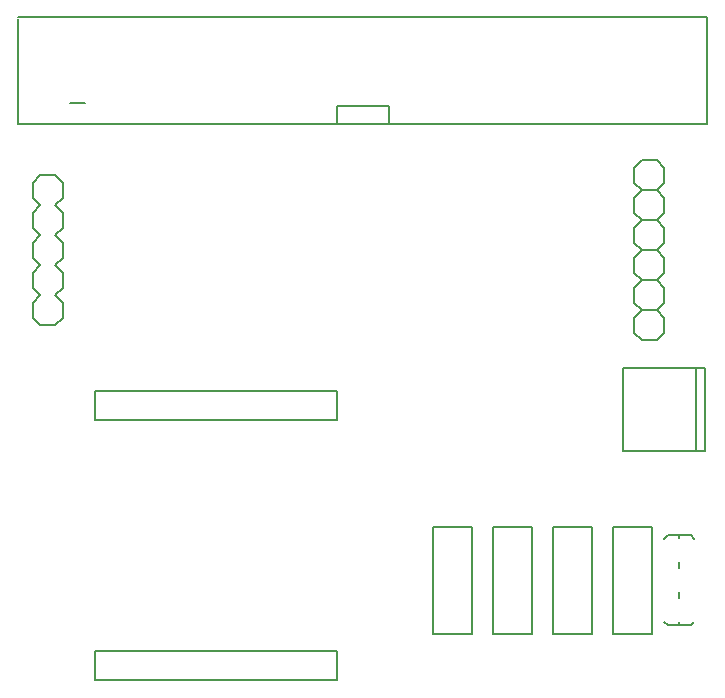
<source format=gto>
G75*
%MOIN*%
%OFA0B0*%
%FSLAX25Y25*%
%IPPOS*%
%LPD*%
%AMOC8*
5,1,8,0,0,1.08239X$1,22.5*
%
%ADD10C,0.00800*%
D10*
X0033027Y0008972D02*
X0033027Y0018814D01*
X0113735Y0018814D01*
X0113735Y0008972D01*
X0033027Y0008972D01*
X0033027Y0095586D02*
X0113735Y0095586D01*
X0113735Y0105428D01*
X0033027Y0105428D01*
X0033027Y0095586D01*
X0019700Y0127200D02*
X0014700Y0127200D01*
X0012200Y0129700D01*
X0012200Y0134700D01*
X0014700Y0137200D01*
X0012200Y0139700D01*
X0012200Y0144700D01*
X0014700Y0147200D01*
X0012200Y0149700D01*
X0012200Y0154700D01*
X0014700Y0157200D01*
X0012200Y0159700D01*
X0012200Y0164700D01*
X0014700Y0167200D01*
X0012200Y0169700D01*
X0012200Y0174700D01*
X0014700Y0177200D01*
X0019700Y0177200D01*
X0022200Y0174700D01*
X0022200Y0169700D01*
X0019700Y0167200D01*
X0022200Y0164700D01*
X0022200Y0159700D01*
X0019700Y0157200D01*
X0022200Y0154700D01*
X0022200Y0149700D01*
X0019700Y0147200D01*
X0022200Y0144700D01*
X0022200Y0139700D01*
X0019700Y0137200D01*
X0022200Y0134700D01*
X0022200Y0129700D01*
X0019700Y0127200D01*
X0007436Y0194483D02*
X0007436Y0229523D01*
X0007436Y0229917D02*
X0236964Y0229917D01*
X0236964Y0194483D01*
X0007436Y0194483D01*
X0024700Y0201275D02*
X0029700Y0201275D01*
X0113539Y0200389D02*
X0113539Y0194483D01*
X0113539Y0200389D02*
X0130861Y0200389D01*
X0130861Y0194483D01*
X0212700Y0179700D02*
X0212700Y0174700D01*
X0215200Y0172200D01*
X0220200Y0172200D01*
X0222700Y0169700D01*
X0222700Y0164700D01*
X0220200Y0162200D01*
X0215200Y0162200D01*
X0212700Y0164700D01*
X0212700Y0169700D01*
X0215200Y0172200D01*
X0220200Y0172200D02*
X0222700Y0174700D01*
X0222700Y0179700D01*
X0220200Y0182200D01*
X0215200Y0182200D01*
X0212700Y0179700D01*
X0215200Y0162200D02*
X0212700Y0159700D01*
X0212700Y0154700D01*
X0215200Y0152200D01*
X0220200Y0152200D01*
X0222700Y0149700D01*
X0222700Y0144700D01*
X0220200Y0142200D01*
X0215200Y0142200D01*
X0212700Y0144700D01*
X0212700Y0149700D01*
X0215200Y0152200D01*
X0220200Y0152200D02*
X0222700Y0154700D01*
X0222700Y0159700D01*
X0220200Y0162200D01*
X0220200Y0142200D02*
X0222700Y0139700D01*
X0222700Y0134700D01*
X0220200Y0132200D01*
X0215200Y0132200D01*
X0212700Y0134700D01*
X0212700Y0139700D01*
X0215200Y0142200D01*
X0215200Y0132200D02*
X0212700Y0129700D01*
X0212700Y0124700D01*
X0215200Y0122200D01*
X0220200Y0122200D01*
X0222700Y0124700D01*
X0222700Y0129700D01*
X0220200Y0132200D01*
X0208814Y0112869D02*
X0233224Y0112869D01*
X0233224Y0085310D01*
X0208814Y0085310D01*
X0208814Y0112869D01*
X0233224Y0112869D02*
X0236373Y0112869D01*
X0236373Y0085310D01*
X0233224Y0085310D01*
X0218696Y0059917D02*
X0205704Y0059917D01*
X0205704Y0024483D01*
X0218696Y0024483D01*
X0218696Y0059917D01*
X0222700Y0056100D02*
X0223800Y0057200D01*
X0227700Y0057200D01*
X0231600Y0057200D01*
X0232700Y0056100D01*
X0227700Y0056200D02*
X0227700Y0057200D01*
X0227700Y0048200D02*
X0227700Y0046200D01*
X0227700Y0038200D02*
X0227700Y0036200D01*
X0227700Y0028200D02*
X0227700Y0027200D01*
X0231600Y0027200D01*
X0232700Y0028300D01*
X0227700Y0027200D02*
X0223800Y0027200D01*
X0222700Y0028300D01*
X0198696Y0024483D02*
X0198696Y0059917D01*
X0185704Y0059917D01*
X0185704Y0024483D01*
X0198696Y0024483D01*
X0178696Y0024483D02*
X0178696Y0059917D01*
X0165704Y0059917D01*
X0165704Y0024483D01*
X0178696Y0024483D01*
X0158696Y0024483D02*
X0145704Y0024483D01*
X0145704Y0059917D01*
X0158696Y0059917D01*
X0158696Y0024483D01*
M02*

</source>
